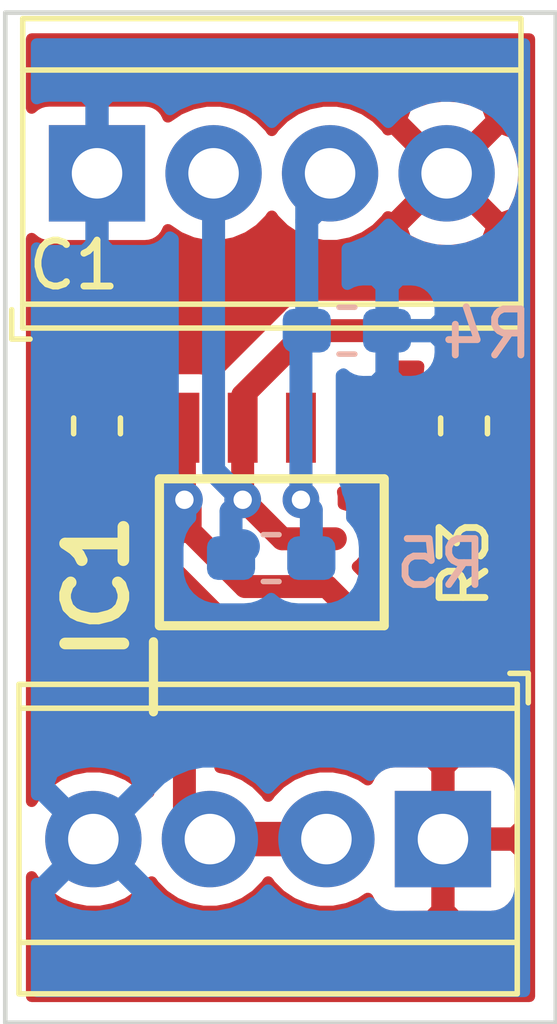
<source format=kicad_pcb>
(kicad_pcb (version 20171130) (host pcbnew "(5.1.5)-3")

  (general
    (thickness 1.6)
    (drawings 4)
    (tracks 42)
    (zones 0)
    (modules 7)
    (nets 6)
  )

  (page A4)
  (layers
    (0 F.Cu signal)
    (31 B.Cu signal)
    (32 B.Adhes user hide)
    (33 F.Adhes user hide)
    (34 B.Paste user hide)
    (35 F.Paste user hide)
    (36 B.SilkS user)
    (37 F.SilkS user)
    (38 B.Mask user hide)
    (39 F.Mask user hide)
    (40 Dwgs.User user hide)
    (41 Cmts.User user hide)
    (42 Eco1.User user hide)
    (43 Eco2.User user hide)
    (44 Edge.Cuts user)
    (45 Margin user hide)
    (46 B.CrtYd user hide)
    (47 F.CrtYd user hide)
    (48 B.Fab user hide)
    (49 F.Fab user hide)
  )

  (setup
    (last_trace_width 0.5)
    (user_trace_width 0.5)
    (user_trace_width 0.75)
    (trace_clearance 0.2)
    (zone_clearance 0.4)
    (zone_45_only no)
    (trace_min 0.2)
    (via_size 0.8)
    (via_drill 0.4)
    (via_min_size 0.4)
    (via_min_drill 0.3)
    (uvia_size 0.3)
    (uvia_drill 0.1)
    (uvias_allowed no)
    (uvia_min_size 0.2)
    (uvia_min_drill 0.1)
    (edge_width 0.05)
    (segment_width 0.2)
    (pcb_text_width 0.3)
    (pcb_text_size 1.5 1.5)
    (mod_edge_width 0.12)
    (mod_text_size 1 1)
    (mod_text_width 0.15)
    (pad_size 2.1 2.1)
    (pad_drill 1.1)
    (pad_to_mask_clearance 0.051)
    (solder_mask_min_width 0.25)
    (aux_axis_origin 26.938 34.321)
    (grid_origin 11.938 28.321)
    (visible_elements 7FFFFFFF)
    (pcbplotparams
      (layerselection 0x010fc_ffffffff)
      (usegerberextensions false)
      (usegerberattributes false)
      (usegerberadvancedattributes false)
      (creategerberjobfile false)
      (excludeedgelayer true)
      (linewidth 0.100000)
      (plotframeref false)
      (viasonmask false)
      (mode 1)
      (useauxorigin false)
      (hpglpennumber 1)
      (hpglpenspeed 20)
      (hpglpendiameter 15.000000)
      (psnegative false)
      (psa4output false)
      (plotreference true)
      (plotvalue true)
      (plotinvisibletext false)
      (padsonsilk false)
      (subtractmaskfromsilk false)
      (outputformat 1)
      (mirror false)
      (drillshape 1)
      (scaleselection 1)
      (outputdirectory ""))
  )

  (net 0 "")
  (net 1 +5V)
  (net 2 GND)
  (net 3 "Net-(IC1-Pad7)")
  (net 4 "Net-(IC1-Pad6)")
  (net 5 "Net-(IC1-Pad1)")

  (net_class Default "Dies ist die voreingestellte Netzklasse."
    (clearance 0.2)
    (trace_width 0.25)
    (via_dia 0.8)
    (via_drill 0.4)
    (uvia_dia 0.3)
    (uvia_drill 0.1)
    (add_net +5V)
    (add_net GND)
    (add_net "Net-(IC1-Pad1)")
    (add_net "Net-(IC1-Pad6)")
    (add_net "Net-(IC1-Pad7)")
  )

  (module MAX485ESA+T:SOIC127P600X175-8N (layer F.Cu) (tedit 5F887A95) (tstamp 5F88C4BA)
    (at 32.748 26.574 90)
    (descr "8 SO")
    (tags "Integrated Circuit")
    (path /646DCA8A)
    (attr smd)
    (fp_text reference IC1 (at -0.747 -3.81 90) (layer F.SilkS)
      (effects (font (size 1.27 1.27) (thickness 0.254)))
    )
    (fp_text value MAX485ESA+T (at 0 0 90) (layer F.SilkS) hide
      (effects (font (size 1.27 1.27) (thickness 0.254)))
    )
    (fp_line (start -3.475 -2.58) (end -1.95 -2.58) (layer F.SilkS) (width 0.2))
    (fp_line (start -1.6 2.45) (end -1.6 -2.45) (layer F.SilkS) (width 0.2))
    (fp_line (start 1.6 2.45) (end -1.6 2.45) (layer F.SilkS) (width 0.2))
    (fp_line (start 1.6 -2.45) (end 1.6 2.45) (layer F.SilkS) (width 0.2))
    (fp_line (start -1.6 -2.45) (end 1.6 -2.45) (layer F.SilkS) (width 0.2))
    (fp_line (start -1.95 -1.18) (end -0.68 -2.45) (layer Dwgs.User) (width 0.1))
    (fp_line (start -1.95 2.45) (end -1.95 -2.45) (layer Dwgs.User) (width 0.1))
    (fp_line (start 1.95 2.45) (end -1.95 2.45) (layer Dwgs.User) (width 0.1))
    (fp_line (start 1.95 -2.45) (end 1.95 2.45) (layer Dwgs.User) (width 0.1))
    (fp_line (start -1.95 -2.45) (end 1.95 -2.45) (layer Dwgs.User) (width 0.1))
    (fp_line (start -3.725 2.75) (end -3.725 -2.75) (layer Dwgs.User) (width 0.05))
    (fp_line (start 3.725 2.75) (end -3.725 2.75) (layer Dwgs.User) (width 0.05))
    (fp_line (start 3.725 -2.75) (end 3.725 2.75) (layer Dwgs.User) (width 0.05))
    (fp_line (start -3.725 -2.75) (end 3.725 -2.75) (layer Dwgs.User) (width 0.05))
    (pad 8 smd rect (at 2.712 -1.905 180) (size 0.65 1.525) (layers F.Cu F.Paste F.Mask)
      (net 1 +5V))
    (pad 7 smd rect (at 2.712 -0.635 180) (size 0.65 1.525) (layers F.Cu F.Paste F.Mask)
      (net 3 "Net-(IC1-Pad7)"))
    (pad 6 smd rect (at 2.712 0.635 180) (size 0.65 1.525) (layers F.Cu F.Paste F.Mask)
      (net 4 "Net-(IC1-Pad6)"))
    (pad 5 smd rect (at 2.712 1.905 180) (size 0.65 1.525) (layers F.Cu F.Paste F.Mask)
      (net 2 GND))
    (pad 4 smd rect (at -2.712 1.905 180) (size 0.65 1.525) (layers F.Cu F.Paste F.Mask)
      (net 1 +5V))
    (pad 3 smd rect (at -2.712 0.635 180) (size 0.65 1.525) (layers F.Cu F.Paste F.Mask)
      (net 2 GND))
    (pad 2 smd rect (at -2.712 -0.635 180) (size 0.65 1.525) (layers F.Cu F.Paste F.Mask)
      (net 2 GND))
    (pad 1 smd rect (at -2.712 -1.905 180) (size 0.65 1.525) (layers F.Cu F.Paste F.Mask)
      (net 5 "Net-(IC1-Pad1)"))
  )

  (module Resistor_SMD:R_0603_1608Metric_Pad1.05x0.95mm_HandSolder (layer B.Cu) (tedit 5B301BBD) (tstamp 5F88C543)
    (at 32.734 26.701)
    (descr "Resistor SMD 0603 (1608 Metric), square (rectangular) end terminal, IPC_7351 nominal with elongated pad for handsoldering. (Body size source: http://www.tortai-tech.com/upload/download/2011102023233369053.pdf), generated with kicad-footprint-generator")
    (tags "resistor handsolder")
    (path /5F8908CE)
    (attr smd)
    (fp_text reference R5 (at 3.704 0.12) (layer B.SilkS)
      (effects (font (size 1 1) (thickness 0.15)) (justify mirror))
    )
    (fp_text value R120 (at 0 -1.43) (layer B.Fab)
      (effects (font (size 1 1) (thickness 0.15)) (justify mirror))
    )
    (fp_text user %R (at 0 0) (layer B.Fab)
      (effects (font (size 0.4 0.4) (thickness 0.06)) (justify mirror))
    )
    (fp_line (start 1.65 -0.73) (end -1.65 -0.73) (layer B.CrtYd) (width 0.05))
    (fp_line (start 1.65 0.73) (end 1.65 -0.73) (layer B.CrtYd) (width 0.05))
    (fp_line (start -1.65 0.73) (end 1.65 0.73) (layer B.CrtYd) (width 0.05))
    (fp_line (start -1.65 -0.73) (end -1.65 0.73) (layer B.CrtYd) (width 0.05))
    (fp_line (start -0.171267 -0.51) (end 0.171267 -0.51) (layer B.SilkS) (width 0.12))
    (fp_line (start -0.171267 0.51) (end 0.171267 0.51) (layer B.SilkS) (width 0.12))
    (fp_line (start 0.8 -0.4) (end -0.8 -0.4) (layer B.Fab) (width 0.1))
    (fp_line (start 0.8 0.4) (end 0.8 -0.4) (layer B.Fab) (width 0.1))
    (fp_line (start -0.8 0.4) (end 0.8 0.4) (layer B.Fab) (width 0.1))
    (fp_line (start -0.8 -0.4) (end -0.8 0.4) (layer B.Fab) (width 0.1))
    (pad 2 smd roundrect (at 0.875 0) (size 1.05 0.95) (layers B.Cu B.Paste B.Mask) (roundrect_rratio 0.25)
      (net 4 "Net-(IC1-Pad6)"))
    (pad 1 smd roundrect (at -0.875 0) (size 1.05 0.95) (layers B.Cu B.Paste B.Mask) (roundrect_rratio 0.25)
      (net 3 "Net-(IC1-Pad7)"))
    (model ${KISYS3DMOD}/Resistor_SMD.3dshapes/R_0603_1608Metric.wrl
      (at (xyz 0 0 0))
      (scale (xyz 1 1 1))
      (rotate (xyz 0 0 0))
    )
  )

  (module Resistor_SMD:R_0603_1608Metric_Pad1.05x0.95mm_HandSolder (layer B.Cu) (tedit 5B301BBD) (tstamp 5F88C532)
    (at 34.385 21.748 180)
    (descr "Resistor SMD 0603 (1608 Metric), square (rectangular) end terminal, IPC_7351 nominal with elongated pad for handsoldering. (Body size source: http://www.tortai-tech.com/upload/download/2011102023233369053.pdf), generated with kicad-footprint-generator")
    (tags "resistor handsolder")
    (path /5F88C099)
    (attr smd)
    (fp_text reference R4 (at -3.053 -0.073) (layer B.SilkS)
      (effects (font (size 1 1) (thickness 0.15)) (justify mirror))
    )
    (fp_text value R20k (at 0 -1.43) (layer B.Fab)
      (effects (font (size 1 1) (thickness 0.15)) (justify mirror))
    )
    (fp_text user %R (at 0 0) (layer B.Fab)
      (effects (font (size 0.4 0.4) (thickness 0.06)) (justify mirror))
    )
    (fp_line (start 1.65 -0.73) (end -1.65 -0.73) (layer B.CrtYd) (width 0.05))
    (fp_line (start 1.65 0.73) (end 1.65 -0.73) (layer B.CrtYd) (width 0.05))
    (fp_line (start -1.65 0.73) (end 1.65 0.73) (layer B.CrtYd) (width 0.05))
    (fp_line (start -1.65 -0.73) (end -1.65 0.73) (layer B.CrtYd) (width 0.05))
    (fp_line (start -0.171267 -0.51) (end 0.171267 -0.51) (layer B.SilkS) (width 0.12))
    (fp_line (start -0.171267 0.51) (end 0.171267 0.51) (layer B.SilkS) (width 0.12))
    (fp_line (start 0.8 -0.4) (end -0.8 -0.4) (layer B.Fab) (width 0.1))
    (fp_line (start 0.8 0.4) (end 0.8 -0.4) (layer B.Fab) (width 0.1))
    (fp_line (start -0.8 0.4) (end 0.8 0.4) (layer B.Fab) (width 0.1))
    (fp_line (start -0.8 -0.4) (end -0.8 0.4) (layer B.Fab) (width 0.1))
    (pad 2 smd roundrect (at 0.875 0 180) (size 1.05 0.95) (layers B.Cu B.Paste B.Mask) (roundrect_rratio 0.25)
      (net 4 "Net-(IC1-Pad6)"))
    (pad 1 smd roundrect (at -0.875 0 180) (size 1.05 0.95) (layers B.Cu B.Paste B.Mask) (roundrect_rratio 0.25)
      (net 1 +5V))
    (model ${KISYS3DMOD}/Resistor_SMD.3dshapes/R_0603_1608Metric.wrl
      (at (xyz 0 0 0))
      (scale (xyz 1 1 1))
      (rotate (xyz 0 0 0))
    )
  )

  (module Resistor_SMD:R_0603_1608Metric_Pad1.05x0.95mm_HandSolder (layer F.Cu) (tedit 5B301BBD) (tstamp 5F88C521)
    (at 36.938 23.821 270)
    (descr "Resistor SMD 0603 (1608 Metric), square (rectangular) end terminal, IPC_7351 nominal with elongated pad for handsoldering. (Body size source: http://www.tortai-tech.com/upload/download/2011102023233369053.pdf), generated with kicad-footprint-generator")
    (tags "resistor handsolder")
    (path /5F88D188)
    (attr smd)
    (fp_text reference R3 (at 3 0 90) (layer F.SilkS)
      (effects (font (size 1 1) (thickness 0.15)))
    )
    (fp_text value R20k (at 0 1.43 90) (layer F.Fab)
      (effects (font (size 1 1) (thickness 0.15)))
    )
    (fp_text user %R (at 0 0 90) (layer F.Fab)
      (effects (font (size 0.4 0.4) (thickness 0.06)))
    )
    (fp_line (start 1.65 0.73) (end -1.65 0.73) (layer F.CrtYd) (width 0.05))
    (fp_line (start 1.65 -0.73) (end 1.65 0.73) (layer F.CrtYd) (width 0.05))
    (fp_line (start -1.65 -0.73) (end 1.65 -0.73) (layer F.CrtYd) (width 0.05))
    (fp_line (start -1.65 0.73) (end -1.65 -0.73) (layer F.CrtYd) (width 0.05))
    (fp_line (start -0.171267 0.51) (end 0.171267 0.51) (layer F.SilkS) (width 0.12))
    (fp_line (start -0.171267 -0.51) (end 0.171267 -0.51) (layer F.SilkS) (width 0.12))
    (fp_line (start 0.8 0.4) (end -0.8 0.4) (layer F.Fab) (width 0.1))
    (fp_line (start 0.8 -0.4) (end 0.8 0.4) (layer F.Fab) (width 0.1))
    (fp_line (start -0.8 -0.4) (end 0.8 -0.4) (layer F.Fab) (width 0.1))
    (fp_line (start -0.8 0.4) (end -0.8 -0.4) (layer F.Fab) (width 0.1))
    (pad 2 smd roundrect (at 0.875 0 270) (size 1.05 0.95) (layers F.Cu F.Paste F.Mask) (roundrect_rratio 0.25)
      (net 2 GND))
    (pad 1 smd roundrect (at -0.875 0 270) (size 1.05 0.95) (layers F.Cu F.Paste F.Mask) (roundrect_rratio 0.25)
      (net 3 "Net-(IC1-Pad7)"))
    (model ${KISYS3DMOD}/Resistor_SMD.3dshapes/R_0603_1608Metric.wrl
      (at (xyz 0 0 0))
      (scale (xyz 1 1 1))
      (rotate (xyz 0 0 0))
    )
  )

  (module Capacitor_SMD:C_0603_1608Metric_Pad1.05x0.95mm_HandSolder (layer F.Cu) (tedit 5B301BBE) (tstamp 5F88C4A0)
    (at 28.938 23.821 270)
    (descr "Capacitor SMD 0603 (1608 Metric), square (rectangular) end terminal, IPC_7351 nominal with elongated pad for handsoldering. (Body size source: http://www.tortai-tech.com/upload/download/2011102023233369053.pdf), generated with kicad-footprint-generator")
    (tags "capacitor handsolder")
    (path /646E2BDE)
    (attr smd)
    (fp_text reference C1 (at -3.5 0.5 180) (layer F.SilkS)
      (effects (font (size 1 1) (thickness 0.15)))
    )
    (fp_text value C100n (at 0 1.43 270) (layer F.Fab)
      (effects (font (size 1 1) (thickness 0.15)))
    )
    (fp_text user %R (at 0 0 270) (layer F.Fab)
      (effects (font (size 0.4 0.4) (thickness 0.06)))
    )
    (fp_line (start 1.65 0.73) (end -1.65 0.73) (layer F.CrtYd) (width 0.05))
    (fp_line (start 1.65 -0.73) (end 1.65 0.73) (layer F.CrtYd) (width 0.05))
    (fp_line (start -1.65 -0.73) (end 1.65 -0.73) (layer F.CrtYd) (width 0.05))
    (fp_line (start -1.65 0.73) (end -1.65 -0.73) (layer F.CrtYd) (width 0.05))
    (fp_line (start -0.171267 0.51) (end 0.171267 0.51) (layer F.SilkS) (width 0.12))
    (fp_line (start -0.171267 -0.51) (end 0.171267 -0.51) (layer F.SilkS) (width 0.12))
    (fp_line (start 0.8 0.4) (end -0.8 0.4) (layer F.Fab) (width 0.1))
    (fp_line (start 0.8 -0.4) (end 0.8 0.4) (layer F.Fab) (width 0.1))
    (fp_line (start -0.8 -0.4) (end 0.8 -0.4) (layer F.Fab) (width 0.1))
    (fp_line (start -0.8 0.4) (end -0.8 -0.4) (layer F.Fab) (width 0.1))
    (pad 2 smd roundrect (at 0.875 0 270) (size 1.05 0.95) (layers F.Cu F.Paste F.Mask) (roundrect_rratio 0.25)
      (net 1 +5V))
    (pad 1 smd roundrect (at -0.875 0 270) (size 1.05 0.95) (layers F.Cu F.Paste F.Mask) (roundrect_rratio 0.25)
      (net 2 GND))
    (model ${KISYS3DMOD}/Capacitor_SMD.3dshapes/C_0603_1608Metric.wrl
      (at (xyz 0 0 0))
      (scale (xyz 1 1 1))
      (rotate (xyz 0 0 0))
    )
  )

  (module TerminalBlock_TE-Connectivity:TerminalBlock_TE_282834-4_1x04_P2.54mm_Horizontal (layer F.Cu) (tedit 5FC65D07) (tstamp 5FC66161)
    (at 36.478 32.821 180)
    (descr "Terminal Block TE 282834-4, 4 pins, pitch 2.54mm, size 10.620000000000001x6.5mm^2, drill diamater 1.1mm, pad diameter 2.1mm, see http://www.te.com/commerce/DocumentDelivery/DDEController?Action=showdoc&DocId=Customer+Drawing%7F282834%7FC1%7Fpdf%7FEnglish%7FENG_CD_282834_C1.pdf, script-generated using https://github.com/pointhi/kicad-footprint-generator/scripts/TerminalBlock_TE-Connectivity")
    (tags "THT Terminal Block TE 282834-4 pitch 2.54mm size 10.620000000000001x6.5mm^2 drill 1.1mm pad 2.1mm")
    (path /646E5607)
    (fp_text reference J1 (at 7.54 2) (layer F.SilkS) hide
      (effects (font (size 1 1) (thickness 0.15)))
    )
    (fp_text value Screw_Terminal_01x04 (at 3.81 4.37) (layer F.Fab)
      (effects (font (size 1 1) (thickness 0.15)))
    )
    (fp_text user %R (at 3.81 2) (layer F.Fab)
      (effects (font (size 1 1) (thickness 0.15)))
    )
    (fp_line (start 9.63 -3.75) (end -2 -3.75) (layer F.CrtYd) (width 0.05))
    (fp_line (start 9.63 3.75) (end 9.63 -3.75) (layer F.CrtYd) (width 0.05))
    (fp_line (start -2 3.75) (end 9.63 3.75) (layer F.CrtYd) (width 0.05))
    (fp_line (start -2 -3.75) (end -2 3.75) (layer F.CrtYd) (width 0.05))
    (fp_line (start -1.86 3.61) (end -1.46 3.61) (layer F.SilkS) (width 0.12))
    (fp_line (start -1.86 2.97) (end -1.86 3.61) (layer F.SilkS) (width 0.12))
    (fp_line (start 8.321 -0.835) (end 6.786 0.7) (layer F.Fab) (width 0.1))
    (fp_line (start 8.455 -0.7) (end 6.92 0.835) (layer F.Fab) (width 0.1))
    (fp_line (start 5.781 -0.835) (end 4.246 0.7) (layer F.Fab) (width 0.1))
    (fp_line (start 5.915 -0.7) (end 4.38 0.835) (layer F.Fab) (width 0.1))
    (fp_line (start 3.241 -0.835) (end 1.706 0.7) (layer F.Fab) (width 0.1))
    (fp_line (start 3.375 -0.7) (end 1.84 0.835) (layer F.Fab) (width 0.1))
    (fp_line (start 0.701 -0.835) (end -0.835 0.7) (layer F.Fab) (width 0.1))
    (fp_line (start 0.835 -0.7) (end -0.701 0.835) (layer F.Fab) (width 0.1))
    (fp_line (start 9.241 -3.37) (end 9.241 3.37) (layer F.SilkS) (width 0.12))
    (fp_line (start -1.62 -3.37) (end -1.62 3.37) (layer F.SilkS) (width 0.12))
    (fp_line (start -1.62 3.37) (end 9.241 3.37) (layer F.SilkS) (width 0.12))
    (fp_line (start -1.62 -3.37) (end 9.241 -3.37) (layer F.SilkS) (width 0.12))
    (fp_line (start -1.62 -2.25) (end 9.241 -2.25) (layer F.SilkS) (width 0.12))
    (fp_line (start -1.5 -2.25) (end 9.12 -2.25) (layer F.Fab) (width 0.1))
    (fp_line (start -1.62 2.85) (end 9.241 2.85) (layer F.SilkS) (width 0.12))
    (fp_line (start -1.5 2.85) (end 9.12 2.85) (layer F.Fab) (width 0.1))
    (fp_line (start -1.5 2.85) (end -1.5 -3.25) (layer F.Fab) (width 0.1))
    (fp_line (start -1.1 3.25) (end -1.5 2.85) (layer F.Fab) (width 0.1))
    (fp_line (start 9.12 3.25) (end -1.1 3.25) (layer F.Fab) (width 0.1))
    (fp_line (start 9.12 -3.25) (end 9.12 3.25) (layer F.Fab) (width 0.1))
    (fp_line (start -1.5 -3.25) (end 9.12 -3.25) (layer F.Fab) (width 0.1))
    (fp_circle (center 7.62 0) (end 8.72 0) (layer F.Fab) (width 0.1))
    (fp_circle (center 5.08 0) (end 6.18 0) (layer F.Fab) (width 0.1))
    (fp_circle (center 2.54 0) (end 3.64 0) (layer F.Fab) (width 0.1))
    (fp_circle (center 0 0) (end 1.1 0) (layer F.Fab) (width 0.1))
    (pad 4 thru_hole circle (at 7.62 0 180) (size 2.1 2.1) (drill 1.1) (layers *.Cu *.Mask)
      (net 1 +5V))
    (pad 3 thru_hole circle (at 5.08 0 180) (size 2.1 2.1) (drill 1.1) (layers *.Cu *.Mask)
      (net 5 "Net-(IC1-Pad1)"))
    (pad 2 thru_hole circle (at 2.54 0 180) (size 2.1 2.1) (drill 1.1) (layers *.Cu *.Mask)
      (net 5 "Net-(IC1-Pad1)"))
    (pad 1 thru_hole rect (at 0 0 180) (size 2.1 2.1) (drill 1.1) (layers *.Cu *.Mask)
      (net 2 GND))
    (model ${KISYS3DMOD}/TerminalBlock_TE-Connectivity.3dshapes/TerminalBlock_TE_282834-4_1x04_P2.54mm_Horizontal.wrl
      (at (xyz 0 0 0))
      (scale (xyz 1 1 1))
      (rotate (xyz 0 0 0))
    )
  )

  (module TerminalBlock_TE-Connectivity:TerminalBlock_TE_282834-4_1x04_P2.54mm_Horizontal (layer F.Cu) (tedit 5B1EC513) (tstamp 5FC66188)
    (at 28.938 18.321)
    (descr "Terminal Block TE 282834-4, 4 pins, pitch 2.54mm, size 10.620000000000001x6.5mm^2, drill diamater 1.1mm, pad diameter 2.1mm, see http://www.te.com/commerce/DocumentDelivery/DDEController?Action=showdoc&DocId=Customer+Drawing%7F282834%7FC1%7Fpdf%7FEnglish%7FENG_CD_282834_C1.pdf, script-generated using https://github.com/pointhi/kicad-footprint-generator/scripts/TerminalBlock_TE-Connectivity")
    (tags "THT Terminal Block TE 282834-4 pitch 2.54mm size 10.620000000000001x6.5mm^2 drill 1.1mm pad 2.1mm")
    (path /646E413C)
    (fp_text reference J2 (at 0 -2.5) (layer F.SilkS) hide
      (effects (font (size 1 1) (thickness 0.15)))
    )
    (fp_text value Screw_Terminal_01x04 (at 3.81 4.37) (layer F.Fab)
      (effects (font (size 1 1) (thickness 0.15)))
    )
    (fp_circle (center 0 0) (end 1.1 0) (layer F.Fab) (width 0.1))
    (fp_circle (center 2.54 0) (end 3.64 0) (layer F.Fab) (width 0.1))
    (fp_circle (center 5.08 0) (end 6.18 0) (layer F.Fab) (width 0.1))
    (fp_circle (center 7.62 0) (end 8.72 0) (layer F.Fab) (width 0.1))
    (fp_line (start -1.5 -3.25) (end 9.12 -3.25) (layer F.Fab) (width 0.1))
    (fp_line (start 9.12 -3.25) (end 9.12 3.25) (layer F.Fab) (width 0.1))
    (fp_line (start 9.12 3.25) (end -1.1 3.25) (layer F.Fab) (width 0.1))
    (fp_line (start -1.1 3.25) (end -1.5 2.85) (layer F.Fab) (width 0.1))
    (fp_line (start -1.5 2.85) (end -1.5 -3.25) (layer F.Fab) (width 0.1))
    (fp_line (start -1.5 2.85) (end 9.12 2.85) (layer F.Fab) (width 0.1))
    (fp_line (start -1.62 2.85) (end 9.241 2.85) (layer F.SilkS) (width 0.12))
    (fp_line (start -1.5 -2.25) (end 9.12 -2.25) (layer F.Fab) (width 0.1))
    (fp_line (start -1.62 -2.25) (end 9.241 -2.25) (layer F.SilkS) (width 0.12))
    (fp_line (start -1.62 -3.37) (end 9.241 -3.37) (layer F.SilkS) (width 0.12))
    (fp_line (start -1.62 3.37) (end 9.241 3.37) (layer F.SilkS) (width 0.12))
    (fp_line (start -1.62 -3.37) (end -1.62 3.37) (layer F.SilkS) (width 0.12))
    (fp_line (start 9.241 -3.37) (end 9.241 3.37) (layer F.SilkS) (width 0.12))
    (fp_line (start 0.835 -0.7) (end -0.701 0.835) (layer F.Fab) (width 0.1))
    (fp_line (start 0.701 -0.835) (end -0.835 0.7) (layer F.Fab) (width 0.1))
    (fp_line (start 3.375 -0.7) (end 1.84 0.835) (layer F.Fab) (width 0.1))
    (fp_line (start 3.241 -0.835) (end 1.706 0.7) (layer F.Fab) (width 0.1))
    (fp_line (start 5.915 -0.7) (end 4.38 0.835) (layer F.Fab) (width 0.1))
    (fp_line (start 5.781 -0.835) (end 4.246 0.7) (layer F.Fab) (width 0.1))
    (fp_line (start 8.455 -0.7) (end 6.92 0.835) (layer F.Fab) (width 0.1))
    (fp_line (start 8.321 -0.835) (end 6.786 0.7) (layer F.Fab) (width 0.1))
    (fp_line (start -1.86 2.97) (end -1.86 3.61) (layer F.SilkS) (width 0.12))
    (fp_line (start -1.86 3.61) (end -1.46 3.61) (layer F.SilkS) (width 0.12))
    (fp_line (start -2 -3.75) (end -2 3.75) (layer F.CrtYd) (width 0.05))
    (fp_line (start -2 3.75) (end 9.63 3.75) (layer F.CrtYd) (width 0.05))
    (fp_line (start 9.63 3.75) (end 9.63 -3.75) (layer F.CrtYd) (width 0.05))
    (fp_line (start 9.63 -3.75) (end -2 -3.75) (layer F.CrtYd) (width 0.05))
    (fp_text user %R (at 3.81 2) (layer F.Fab)
      (effects (font (size 1 1) (thickness 0.15)))
    )
    (pad 1 thru_hole rect (at 0 0) (size 2.1 2.1) (drill 1.1) (layers *.Cu *.Mask)
      (net 1 +5V))
    (pad 2 thru_hole circle (at 2.54 0) (size 2.1 2.1) (drill 1.1) (layers *.Cu *.Mask)
      (net 3 "Net-(IC1-Pad7)"))
    (pad 3 thru_hole circle (at 5.08 0) (size 2.1 2.1) (drill 1.1) (layers *.Cu *.Mask)
      (net 4 "Net-(IC1-Pad6)"))
    (pad 4 thru_hole circle (at 7.62 0) (size 2.1 2.1) (drill 1.1) (layers *.Cu *.Mask)
      (net 2 GND))
    (model ${KISYS3DMOD}/TerminalBlock_TE-Connectivity.3dshapes/TerminalBlock_TE_282834-4_1x04_P2.54mm_Horizontal.wrl
      (at (xyz 0 0 0))
      (scale (xyz 1 1 1))
      (rotate (xyz 0 0 0))
    )
  )

  (gr_line (start 38.938 14.821) (end 38.938 36.821) (layer Edge.Cuts) (width 0.1))
  (gr_line (start 26.938 14.821) (end 38.938 14.821) (layer Edge.Cuts) (width 0.1))
  (gr_line (start 26.938 36.821) (end 26.938 14.821) (layer Edge.Cuts) (width 0.1))
  (gr_line (start 38.938 36.821) (end 26.938 36.821) (layer Edge.Cuts) (width 0.1))

  (via (at 30.843 25.431) (size 0.8) (drill 0.4) (layers F.Cu B.Cu) (net 1))
  (segment (start 30.843 25.996685) (end 30.843 25.431) (width 0.75) (layer F.Cu) (net 1))
  (segment (start 34.653 29.286) (end 34.653 28.433498) (width 0.75) (layer F.Cu) (net 1))
  (segment (start 30.843 23.862) (end 30.843 25.431) (width 0.5) (layer F.Cu) (net 1))
  (segment (start 30.843 25.996685) (end 32.167315 27.321) (width 0.5) (layer F.Cu) (net 1))
  (segment (start 34.653 28.0235) (end 34.653 29.286) (width 0.5) (layer F.Cu) (net 1))
  (segment (start 33.9505 27.321) (end 34.653 28.0235) (width 0.5) (layer F.Cu) (net 1))
  (segment (start 32.167315 27.321) (end 33.9505 27.321) (width 0.5) (layer F.Cu) (net 1))
  (segment (start 30.509 24.196) (end 30.843 23.862) (width 0.5) (layer F.Cu) (net 1))
  (segment (start 28.938 24.196) (end 30.509 24.196) (width 0.5) (layer F.Cu) (net 1))
  (via (at 32.113 25.431) (size 0.8) (drill 0.4) (layers F.Cu B.Cu) (net 3))
  (segment (start 32.113 26.447) (end 31.859 26.701) (width 0.75) (layer B.Cu) (net 3))
  (segment (start 32.974999 26.281001) (end 34.131501 26.281001) (width 0.5) (layer F.Cu) (net 3))
  (segment (start 32.113 25.419002) (end 32.974999 26.281001) (width 0.5) (layer F.Cu) (net 3))
  (segment (start 32.113 23.862) (end 32.113 25.419002) (width 0.5) (layer F.Cu) (net 3))
  (segment (start 31.859 25.685) (end 32.113 25.431) (width 0.5) (layer B.Cu) (net 3))
  (segment (start 31.859 26.701) (end 31.859 25.685) (width 0.5) (layer B.Cu) (net 3))
  (segment (start 31.478 24.796) (end 32.113 25.431) (width 0.5) (layer B.Cu) (net 3))
  (segment (start 32.113 23.159) (end 33.524 21.748) (width 0.5) (layer F.Cu) (net 3))
  (segment (start 32.113 23.862) (end 32.113 23.159) (width 0.5) (layer F.Cu) (net 3))
  (segment (start 31.478 19.861) (end 31.478 24.796) (width 0.5) (layer B.Cu) (net 3))
  (segment (start 31.478 19.861) (end 31.478 18.321) (width 0.5) (layer B.Cu) (net 3))
  (segment (start 31.478 18.821) (end 31.478 19.861) (width 0.5) (layer B.Cu) (net 3))
  (segment (start 36.765 21.748) (end 33.524 21.748) (width 0.5) (layer F.Cu) (net 3))
  (segment (start 36.938 21.921) (end 36.938 22.946) (width 0.5) (layer F.Cu) (net 3))
  (segment (start 36.765 21.748) (end 36.938 21.921) (width 0.5) (layer F.Cu) (net 3))
  (via (at 33.383 25.431) (size 0.8) (drill 0.4) (layers F.Cu B.Cu) (net 4))
  (segment (start 33.383 21.621) (end 33.51 21.748) (width 0.5) (layer B.Cu) (net 4))
  (segment (start 33.383 23.862) (end 33.383 25.431) (width 0.5) (layer F.Cu) (net 4))
  (segment (start 33.609 25.657) (end 33.383 25.431) (width 0.5) (layer B.Cu) (net 4))
  (segment (start 33.609 26.701) (end 33.609 25.657) (width 0.5) (layer B.Cu) (net 4))
  (segment (start 33.383 21.875) (end 33.51 21.748) (width 0.5) (layer B.Cu) (net 4))
  (segment (start 33.383 25.431) (end 33.383 21.875) (width 0.5) (layer B.Cu) (net 4))
  (segment (start 33.51 19.329) (end 34.018 18.821) (width 0.5) (layer B.Cu) (net 4))
  (segment (start 33.51 19.393) (end 33.51 18.829) (width 0.5) (layer B.Cu) (net 4))
  (segment (start 33.51 19.393) (end 33.51 19.329) (width 0.5) (layer B.Cu) (net 4))
  (segment (start 33.51 21.748) (end 33.51 19.393) (width 0.5) (layer B.Cu) (net 4))
  (segment (start 33.51 18.829) (end 34.018 18.321) (width 0.5) (layer B.Cu) (net 4))
  (segment (start 33.51 21.748) (end 33.51 18.829) (width 0.5) (layer B.Cu) (net 4))
  (segment (start 31.398 32.821) (end 33.938 32.821) (width 0.75) (layer F.Cu) (net 5))
  (segment (start 30.843 32.266) (end 31.398 32.821) (width 0.5) (layer F.Cu) (net 5))
  (segment (start 30.843 29.286) (end 30.843 32.266) (width 0.5) (layer F.Cu) (net 5))

  (zone (net 2) (net_name GND) (layer F.Cu) (tstamp 5FC66DF3) (hatch edge 0.508)
    (priority 1)
    (connect_pads (clearance 0.4))
    (min_thickness 0.25)
    (fill yes (arc_segments 32) (thermal_gap 0.508) (thermal_bridge_width 0.508))
    (polygon
      (pts
        (xy 38.938 36.821) (xy 26.938 36.821) (xy 26.938 14.821) (xy 38.938 14.821)
      )
    )
    (filled_polygon
      (pts
        (xy 38.363001 36.246) (xy 27.513 36.246) (xy 27.513 33.642991) (xy 27.634617 33.825004) (xy 27.853996 34.044383)
        (xy 28.111958 34.216747) (xy 28.398589 34.335474) (xy 28.702876 34.396) (xy 29.013124 34.396) (xy 29.317411 34.335474)
        (xy 29.604042 34.216747) (xy 29.862004 34.044383) (xy 30.081383 33.825004) (xy 30.128 33.755236) (xy 30.174617 33.825004)
        (xy 30.393996 34.044383) (xy 30.651958 34.216747) (xy 30.938589 34.335474) (xy 31.242876 34.396) (xy 31.553124 34.396)
        (xy 31.857411 34.335474) (xy 32.144042 34.216747) (xy 32.402004 34.044383) (xy 32.621383 33.825004) (xy 32.668 33.755236)
        (xy 32.714617 33.825004) (xy 32.933996 34.044383) (xy 33.191958 34.216747) (xy 33.478589 34.335474) (xy 33.782876 34.396)
        (xy 34.093124 34.396) (xy 34.397411 34.335474) (xy 34.684042 34.216747) (xy 34.839822 34.112658) (xy 34.840354 34.114411)
        (xy 34.899133 34.224378) (xy 34.978236 34.320764) (xy 35.074622 34.399867) (xy 35.184589 34.458646) (xy 35.30391 34.494841)
        (xy 35.428 34.507063) (xy 36.19075 34.504) (xy 36.349 34.34575) (xy 36.349 32.95) (xy 36.607 32.95)
        (xy 36.607 34.34575) (xy 36.76525 34.504) (xy 37.528 34.507063) (xy 37.65209 34.494841) (xy 37.771411 34.458646)
        (xy 37.881378 34.399867) (xy 37.977764 34.320764) (xy 38.056867 34.224378) (xy 38.115646 34.114411) (xy 38.151841 33.99509)
        (xy 38.164063 33.871) (xy 38.161 33.10825) (xy 38.00275 32.95) (xy 36.607 32.95) (xy 36.349 32.95)
        (xy 36.329 32.95) (xy 36.329 32.692) (xy 36.349 32.692) (xy 36.349 31.29625) (xy 36.607 31.29625)
        (xy 36.607 32.692) (xy 38.00275 32.692) (xy 38.161 32.53375) (xy 38.164063 31.771) (xy 38.151841 31.64691)
        (xy 38.115646 31.527589) (xy 38.056867 31.417622) (xy 37.977764 31.321236) (xy 37.881378 31.242133) (xy 37.771411 31.183354)
        (xy 37.65209 31.147159) (xy 37.528 31.134937) (xy 36.76525 31.138) (xy 36.607 31.29625) (xy 36.349 31.29625)
        (xy 36.19075 31.138) (xy 35.428 31.134937) (xy 35.30391 31.147159) (xy 35.184589 31.183354) (xy 35.074622 31.242133)
        (xy 34.978236 31.321236) (xy 34.899133 31.417622) (xy 34.840354 31.527589) (xy 34.839822 31.529342) (xy 34.684042 31.425253)
        (xy 34.397411 31.306526) (xy 34.093124 31.246) (xy 33.782876 31.246) (xy 33.478589 31.306526) (xy 33.191958 31.425253)
        (xy 32.933996 31.597617) (xy 32.714617 31.816996) (xy 32.668 31.886764) (xy 32.621383 31.816996) (xy 32.402004 31.597617)
        (xy 32.144042 31.425253) (xy 31.857411 31.306526) (xy 31.618 31.258905) (xy 31.618 30.658415) (xy 31.66391 30.672341)
        (xy 31.788 30.684563) (xy 31.82575 30.6815) (xy 31.984 30.52325) (xy 31.984 29.415) (xy 32.242 29.415)
        (xy 32.242 30.52325) (xy 32.40025 30.6815) (xy 32.438 30.684563) (xy 32.56209 30.672341) (xy 32.681411 30.636146)
        (xy 32.748 30.600553) (xy 32.814589 30.636146) (xy 32.93391 30.672341) (xy 33.058 30.684563) (xy 33.09575 30.6815)
        (xy 33.254 30.52325) (xy 33.254 29.415) (xy 32.242 29.415) (xy 31.984 29.415) (xy 31.964 29.415)
        (xy 31.964 29.157) (xy 31.984 29.157) (xy 31.984 29.137) (xy 32.242 29.137) (xy 32.242 29.157)
        (xy 33.254 29.157) (xy 33.254 29.137) (xy 33.512 29.137) (xy 33.512 29.157) (xy 33.532 29.157)
        (xy 33.532 29.415) (xy 33.512 29.415) (xy 33.512 30.52325) (xy 33.67025 30.6815) (xy 33.708 30.684563)
        (xy 33.83209 30.672341) (xy 33.951411 30.636146) (xy 34.061378 30.577367) (xy 34.117524 30.531289) (xy 34.126119 30.535883)
        (xy 34.225082 30.565903) (xy 34.328 30.57604) (xy 34.978 30.57604) (xy 35.080918 30.565903) (xy 35.179881 30.535883)
        (xy 35.271086 30.487133) (xy 35.351027 30.421527) (xy 35.416633 30.341586) (xy 35.465383 30.250381) (xy 35.495403 30.151418)
        (xy 35.50554 30.0485) (xy 35.50554 29.575954) (xy 35.539977 29.462431) (xy 35.553 29.330207) (xy 35.553 28.389291)
        (xy 35.539977 28.257067) (xy 35.488514 28.087417) (xy 35.426644 27.971666) (xy 35.416786 27.871574) (xy 35.37247 27.725486)
        (xy 35.31556 27.619014) (xy 35.300506 27.590849) (xy 35.249865 27.529144) (xy 35.203659 27.472841) (xy 35.174088 27.448573)
        (xy 34.613512 26.887998) (xy 34.68216 26.83166) (xy 34.779007 26.713651) (xy 34.850971 26.579015) (xy 34.895287 26.432927)
        (xy 34.91025 26.281001) (xy 34.895287 26.129075) (xy 34.850971 25.982987) (xy 34.779007 25.848351) (xy 34.68216 25.730342)
        (xy 34.564151 25.633495) (xy 34.429515 25.561531) (xy 34.307519 25.524523) (xy 34.308 25.522105) (xy 34.308 25.339895)
        (xy 34.291505 25.256968) (xy 34.328 25.260563) (xy 34.36575 25.2575) (xy 34.524 25.09925) (xy 34.524 23.991)
        (xy 34.782 23.991) (xy 34.782 25.09925) (xy 34.94025 25.2575) (xy 34.978 25.260563) (xy 35.10209 25.248341)
        (xy 35.192222 25.221) (xy 35.826937 25.221) (xy 35.839159 25.34509) (xy 35.875354 25.464411) (xy 35.934133 25.574378)
        (xy 36.013236 25.670764) (xy 36.109622 25.749867) (xy 36.219589 25.808646) (xy 36.33891 25.844841) (xy 36.463 25.857063)
        (xy 36.65075 25.854) (xy 36.809 25.69575) (xy 36.809 24.825) (xy 37.067 24.825) (xy 37.067 25.69575)
        (xy 37.22525 25.854) (xy 37.413 25.857063) (xy 37.53709 25.844841) (xy 37.656411 25.808646) (xy 37.766378 25.749867)
        (xy 37.862764 25.670764) (xy 37.941867 25.574378) (xy 38.000646 25.464411) (xy 38.036841 25.34509) (xy 38.049063 25.221)
        (xy 38.046 24.98325) (xy 37.88775 24.825) (xy 37.067 24.825) (xy 36.809 24.825) (xy 35.98825 24.825)
        (xy 35.83 24.98325) (xy 35.826937 25.221) (xy 35.192222 25.221) (xy 35.221411 25.212146) (xy 35.331378 25.153367)
        (xy 35.427764 25.074264) (xy 35.506867 24.977878) (xy 35.565646 24.867911) (xy 35.601841 24.74859) (xy 35.614063 24.6245)
        (xy 35.611 24.14925) (xy 35.45275 23.991) (xy 34.782 23.991) (xy 34.524 23.991) (xy 34.504 23.991)
        (xy 34.504 23.733) (xy 34.524 23.733) (xy 34.524 23.713) (xy 34.782 23.713) (xy 34.782 23.733)
        (xy 35.45275 23.733) (xy 35.611 23.57475) (xy 35.614063 23.0995) (xy 35.601841 22.97541) (xy 35.565646 22.856089)
        (xy 35.506867 22.746122) (xy 35.427764 22.649736) (xy 35.331378 22.570633) (xy 35.242264 22.523) (xy 35.948806 22.523)
        (xy 35.93546 22.6585) (xy 35.93546 23.2335) (xy 35.95016 23.382752) (xy 35.993695 23.526268) (xy 36.064392 23.658533)
        (xy 36.074553 23.670914) (xy 36.013236 23.721236) (xy 35.934133 23.817622) (xy 35.875354 23.927589) (xy 35.839159 24.04691)
        (xy 35.826937 24.171) (xy 35.83 24.40875) (xy 35.98825 24.567) (xy 36.809 24.567) (xy 36.809 24.547)
        (xy 37.067 24.547) (xy 37.067 24.567) (xy 37.88775 24.567) (xy 38.046 24.40875) (xy 38.049063 24.171)
        (xy 38.036841 24.04691) (xy 38.000646 23.927589) (xy 37.941867 23.817622) (xy 37.862764 23.721236) (xy 37.801447 23.670914)
        (xy 37.811608 23.658533) (xy 37.882305 23.526268) (xy 37.92584 23.382752) (xy 37.94054 23.2335) (xy 37.94054 22.6585)
        (xy 37.92584 22.509248) (xy 37.882305 22.365732) (xy 37.811608 22.233467) (xy 37.716465 22.117535) (xy 37.713 22.114691)
        (xy 37.713 21.959063) (xy 37.716749 21.921) (xy 37.713 21.882935) (xy 37.701786 21.769074) (xy 37.65747 21.622986)
        (xy 37.585506 21.48835) (xy 37.488659 21.370341) (xy 37.459083 21.346069) (xy 37.339933 21.226919) (xy 37.315659 21.197341)
        (xy 37.19765 21.100494) (xy 37.063014 21.02853) (xy 36.916926 20.984214) (xy 36.803065 20.973) (xy 36.803063 20.973)
        (xy 36.765 20.969251) (xy 36.726937 20.973) (xy 33.562062 20.973) (xy 33.523999 20.969251) (xy 33.485936 20.973)
        (xy 33.485935 20.973) (xy 33.372074 20.984214) (xy 33.225986 21.02853) (xy 33.09135 21.100494) (xy 32.973341 21.197341)
        (xy 32.949072 21.226913) (xy 31.591914 22.584072) (xy 31.562342 22.608341) (xy 31.538241 22.637708) (xy 31.494914 22.660867)
        (xy 31.478 22.674748) (xy 31.461086 22.660867) (xy 31.369881 22.612117) (xy 31.270918 22.582097) (xy 31.168 22.57196)
        (xy 30.518 22.57196) (xy 30.415082 22.582097) (xy 30.316119 22.612117) (xy 30.224914 22.660867) (xy 30.144973 22.726473)
        (xy 30.079367 22.806414) (xy 30.046 22.868839) (xy 30.046 22.816998) (xy 29.887752 22.816998) (xy 30.046 22.65875)
        (xy 30.049063 22.421) (xy 30.036841 22.29691) (xy 30.000646 22.177589) (xy 29.941867 22.067622) (xy 29.862764 21.971236)
        (xy 29.766378 21.892133) (xy 29.656411 21.833354) (xy 29.53709 21.797159) (xy 29.413 21.784937) (xy 29.22525 21.788)
        (xy 29.067 21.94625) (xy 29.067 22.817) (xy 29.087 22.817) (xy 29.087 23.075) (xy 29.067 23.075)
        (xy 29.067 23.095) (xy 28.809 23.095) (xy 28.809 23.075) (xy 27.98825 23.075) (xy 27.83 23.23325)
        (xy 27.826937 23.471) (xy 27.839159 23.59509) (xy 27.875354 23.714411) (xy 27.934133 23.824378) (xy 28.013236 23.920764)
        (xy 28.074553 23.971086) (xy 28.064392 23.983467) (xy 27.993695 24.115732) (xy 27.95016 24.259248) (xy 27.93546 24.4085)
        (xy 27.93546 24.9835) (xy 27.95016 25.132752) (xy 27.993695 25.276268) (xy 28.064392 25.408533) (xy 28.159535 25.524465)
        (xy 28.275467 25.619608) (xy 28.407732 25.690305) (xy 28.551248 25.73384) (xy 28.7005 25.74854) (xy 29.1755 25.74854)
        (xy 29.324752 25.73384) (xy 29.468268 25.690305) (xy 29.600533 25.619608) (xy 29.716465 25.524465) (xy 29.811608 25.408533)
        (xy 29.882305 25.276268) (xy 29.92584 25.132752) (xy 29.94054 24.9835) (xy 29.94054 24.971) (xy 30.037873 24.971)
        (xy 30.023275 24.992848) (xy 29.953547 25.161187) (xy 29.918 25.339895) (xy 29.918 25.522105) (xy 29.943 25.647789)
        (xy 29.943 26.040891) (xy 29.956023 26.173115) (xy 30.007486 26.342765) (xy 30.091057 26.499116) (xy 30.203525 26.63616)
        (xy 30.340568 26.748628) (xy 30.496919 26.832199) (xy 30.619765 26.869464) (xy 31.592387 27.842087) (xy 31.616656 27.871659)
        (xy 31.654319 27.902568) (xy 31.544589 27.935854) (xy 31.434622 27.994633) (xy 31.378476 28.040711) (xy 31.369881 28.036117)
        (xy 31.270918 28.006097) (xy 31.168 27.99596) (xy 30.518 27.99596) (xy 30.415082 28.006097) (xy 30.316119 28.036117)
        (xy 30.224914 28.084867) (xy 30.144973 28.150473) (xy 30.079367 28.230414) (xy 30.030617 28.321619) (xy 30.000597 28.420582)
        (xy 29.99046 28.5235) (xy 29.99046 30.0485) (xy 30.000597 30.151418) (xy 30.030617 30.250381) (xy 30.068 30.32032)
        (xy 30.068001 31.803614) (xy 29.862004 31.597617) (xy 29.604042 31.425253) (xy 29.317411 31.306526) (xy 29.013124 31.246)
        (xy 28.702876 31.246) (xy 28.398589 31.306526) (xy 28.111958 31.425253) (xy 27.853996 31.597617) (xy 27.634617 31.816996)
        (xy 27.513 31.999009) (xy 27.513 22.421) (xy 27.826937 22.421) (xy 27.83 22.65875) (xy 27.98825 22.817)
        (xy 28.809 22.817) (xy 28.809 21.94625) (xy 28.65075 21.788) (xy 28.463 21.784937) (xy 28.33891 21.797159)
        (xy 28.219589 21.833354) (xy 28.109622 21.892133) (xy 28.013236 21.971236) (xy 27.934133 22.067622) (xy 27.875354 22.177589)
        (xy 27.839159 22.29691) (xy 27.826937 22.421) (xy 27.513 22.421) (xy 27.513 19.741623) (xy 27.514973 19.744027)
        (xy 27.594914 19.809633) (xy 27.686119 19.858383) (xy 27.785082 19.888403) (xy 27.888 19.89854) (xy 29.988 19.89854)
        (xy 30.090918 19.888403) (xy 30.189881 19.858383) (xy 30.281086 19.809633) (xy 30.361027 19.744027) (xy 30.426633 19.664086)
        (xy 30.475383 19.572881) (xy 30.482337 19.549956) (xy 30.731958 19.716747) (xy 31.018589 19.835474) (xy 31.322876 19.896)
        (xy 31.633124 19.896) (xy 31.937411 19.835474) (xy 32.224042 19.716747) (xy 32.482004 19.544383) (xy 32.701383 19.325004)
        (xy 32.748 19.255236) (xy 32.794617 19.325004) (xy 33.013996 19.544383) (xy 33.271958 19.716747) (xy 33.558589 19.835474)
        (xy 33.862876 19.896) (xy 34.173124 19.896) (xy 34.477411 19.835474) (xy 34.764042 19.716747) (xy 35.022004 19.544383)
        (xy 35.074096 19.492291) (xy 35.569143 19.492291) (xy 35.67123 19.761002) (xy 35.9692 19.906333) (xy 36.289797 19.99074)
        (xy 36.6207 20.01098) (xy 36.949193 19.966276) (xy 37.262654 19.858344) (xy 37.44477 19.761002) (xy 37.546857 19.492291)
        (xy 36.558 18.503434) (xy 35.569143 19.492291) (xy 35.074096 19.492291) (xy 35.241383 19.325004) (xy 35.278877 19.26889)
        (xy 35.386709 19.309857) (xy 36.375566 18.321) (xy 36.740434 18.321) (xy 37.729291 19.309857) (xy 37.998002 19.20777)
        (xy 38.143333 18.9098) (xy 38.22774 18.589203) (xy 38.24798 18.2583) (xy 38.203276 17.929807) (xy 38.095344 17.616346)
        (xy 37.998002 17.43423) (xy 37.729291 17.332143) (xy 36.740434 18.321) (xy 36.375566 18.321) (xy 35.386709 17.332143)
        (xy 35.278877 17.37311) (xy 35.241383 17.316996) (xy 35.074096 17.149709) (xy 35.569143 17.149709) (xy 36.558 18.138566)
        (xy 37.546857 17.149709) (xy 37.44477 16.880998) (xy 37.1468 16.735667) (xy 36.826203 16.65126) (xy 36.4953 16.63102)
        (xy 36.166807 16.675724) (xy 35.853346 16.783656) (xy 35.67123 16.880998) (xy 35.569143 17.149709) (xy 35.074096 17.149709)
        (xy 35.022004 17.097617) (xy 34.764042 16.925253) (xy 34.477411 16.806526) (xy 34.173124 16.746) (xy 33.862876 16.746)
        (xy 33.558589 16.806526) (xy 33.271958 16.925253) (xy 33.013996 17.097617) (xy 32.794617 17.316996) (xy 32.748 17.386764)
        (xy 32.701383 17.316996) (xy 32.482004 17.097617) (xy 32.224042 16.925253) (xy 31.937411 16.806526) (xy 31.633124 16.746)
        (xy 31.322876 16.746) (xy 31.018589 16.806526) (xy 30.731958 16.925253) (xy 30.482337 17.092044) (xy 30.475383 17.069119)
        (xy 30.426633 16.977914) (xy 30.361027 16.897973) (xy 30.281086 16.832367) (xy 30.189881 16.783617) (xy 30.090918 16.753597)
        (xy 29.988 16.74346) (xy 27.888 16.74346) (xy 27.785082 16.753597) (xy 27.686119 16.783617) (xy 27.594914 16.832367)
        (xy 27.514973 16.897973) (xy 27.513 16.900377) (xy 27.513 15.396) (xy 38.363 15.396)
      )
    )
  )
  (zone (net 1) (net_name +5V) (layer B.Cu) (tstamp 5FC66DF0) (hatch edge 0.508)
    (priority 1)
    (connect_pads (clearance 0.508))
    (min_thickness 0.254)
    (fill yes (arc_segments 32) (thermal_gap 0.508) (thermal_bridge_width 0.508))
    (polygon
      (pts
        (xy 38.938 36.821) (xy 26.938 36.821) (xy 26.938 14.821) (xy 38.938 14.821)
      )
    )
    (filled_polygon
      (pts
        (xy 38.253001 36.136) (xy 27.623 36.136) (xy 27.623 33.992066) (xy 27.866539 33.992066) (xy 27.968339 34.261579)
        (xy 28.266477 34.407463) (xy 28.587346 34.49238) (xy 28.918617 34.513066) (xy 29.247557 34.468728) (xy 29.561527 34.361069)
        (xy 29.747661 34.261579) (xy 29.849461 33.992066) (xy 28.858 33.000605) (xy 27.866539 33.992066) (xy 27.623 33.992066)
        (xy 27.623 33.788312) (xy 27.686934 33.812461) (xy 28.678395 32.821) (xy 29.037605 32.821) (xy 30.029066 33.812461)
        (xy 30.032958 33.810991) (xy 30.089175 33.895125) (xy 30.323875 34.129825) (xy 30.599853 34.314228) (xy 30.906504 34.441246)
        (xy 31.232042 34.506) (xy 31.563958 34.506) (xy 31.889496 34.441246) (xy 32.196147 34.314228) (xy 32.472125 34.129825)
        (xy 32.668 33.93395) (xy 32.863875 34.129825) (xy 33.139853 34.314228) (xy 33.446504 34.441246) (xy 33.772042 34.506)
        (xy 34.103958 34.506) (xy 34.429496 34.441246) (xy 34.736147 34.314228) (xy 34.889958 34.211454) (xy 34.897463 34.225494)
        (xy 34.976815 34.322185) (xy 35.073506 34.401537) (xy 35.18382 34.460502) (xy 35.303518 34.496812) (xy 35.428 34.509072)
        (xy 37.528 34.509072) (xy 37.652482 34.496812) (xy 37.77218 34.460502) (xy 37.882494 34.401537) (xy 37.979185 34.322185)
        (xy 38.058537 34.225494) (xy 38.117502 34.11518) (xy 38.153812 33.995482) (xy 38.166072 33.871) (xy 38.166072 31.771)
        (xy 38.153812 31.646518) (xy 38.117502 31.52682) (xy 38.058537 31.416506) (xy 37.979185 31.319815) (xy 37.882494 31.240463)
        (xy 37.77218 31.181498) (xy 37.652482 31.145188) (xy 37.528 31.132928) (xy 35.428 31.132928) (xy 35.303518 31.145188)
        (xy 35.18382 31.181498) (xy 35.073506 31.240463) (xy 34.976815 31.319815) (xy 34.897463 31.416506) (xy 34.889958 31.430546)
        (xy 34.736147 31.327772) (xy 34.429496 31.200754) (xy 34.103958 31.136) (xy 33.772042 31.136) (xy 33.446504 31.200754)
        (xy 33.139853 31.327772) (xy 32.863875 31.512175) (xy 32.668 31.70805) (xy 32.472125 31.512175) (xy 32.196147 31.327772)
        (xy 31.889496 31.200754) (xy 31.563958 31.136) (xy 31.232042 31.136) (xy 30.906504 31.200754) (xy 30.599853 31.327772)
        (xy 30.323875 31.512175) (xy 30.089175 31.746875) (xy 30.032958 31.831009) (xy 30.029066 31.829539) (xy 29.037605 32.821)
        (xy 28.678395 32.821) (xy 27.686934 31.829539) (xy 27.623 31.853688) (xy 27.623 31.649934) (xy 27.866539 31.649934)
        (xy 28.858 32.641395) (xy 29.849461 31.649934) (xy 29.747661 31.380421) (xy 29.449523 31.234537) (xy 29.128654 31.14962)
        (xy 28.797383 31.128934) (xy 28.468443 31.173272) (xy 28.154473 31.280931) (xy 27.968339 31.380421) (xy 27.866539 31.649934)
        (xy 27.623 31.649934) (xy 27.623 19.949373) (xy 27.64382 19.960502) (xy 27.763518 19.996812) (xy 27.888 20.009072)
        (xy 28.65225 20.006) (xy 28.811 19.84725) (xy 28.811 18.448) (xy 28.791 18.448) (xy 28.791 18.194)
        (xy 28.811 18.194) (xy 28.811 16.79475) (xy 29.065 16.79475) (xy 29.065 18.194) (xy 29.085 18.194)
        (xy 29.085 18.448) (xy 29.065 18.448) (xy 29.065 19.84725) (xy 29.22375 20.006) (xy 29.988 20.009072)
        (xy 30.112482 19.996812) (xy 30.23218 19.960502) (xy 30.342494 19.901537) (xy 30.439185 19.822185) (xy 30.518537 19.725494)
        (xy 30.526042 19.711454) (xy 30.593 19.756195) (xy 30.593 19.817524) (xy 30.593001 24.752521) (xy 30.588719 24.796)
        (xy 30.605805 24.96949) (xy 30.656412 25.136313) (xy 30.73859 25.290059) (xy 30.821468 25.391046) (xy 30.821471 25.391049)
        (xy 30.849184 25.424817) (xy 30.882951 25.452529) (xy 30.982782 25.55236) (xy 30.969719 25.685) (xy 30.974001 25.728478)
        (xy 30.974001 25.826631) (xy 30.952377 25.844377) (xy 30.843488 25.977058) (xy 30.762577 26.128433) (xy 30.712752 26.292684)
        (xy 30.695928 26.4635) (xy 30.695928 26.9385) (xy 30.712752 27.109316) (xy 30.762577 27.273567) (xy 30.843488 27.424942)
        (xy 30.952377 27.557623) (xy 31.085058 27.666512) (xy 31.236433 27.747423) (xy 31.400684 27.797248) (xy 31.5715 27.814072)
        (xy 32.1465 27.814072) (xy 32.317316 27.797248) (xy 32.481567 27.747423) (xy 32.632942 27.666512) (xy 32.734 27.583575)
        (xy 32.835058 27.666512) (xy 32.986433 27.747423) (xy 33.150684 27.797248) (xy 33.3215 27.814072) (xy 33.8965 27.814072)
        (xy 34.067316 27.797248) (xy 34.231567 27.747423) (xy 34.382942 27.666512) (xy 34.515623 27.557623) (xy 34.624512 27.424942)
        (xy 34.705423 27.273567) (xy 34.755248 27.109316) (xy 34.772072 26.9385) (xy 34.772072 26.4635) (xy 34.755248 26.292684)
        (xy 34.705423 26.128433) (xy 34.624512 25.977058) (xy 34.515623 25.844377) (xy 34.494 25.826631) (xy 34.494 25.700465)
        (xy 34.498281 25.656999) (xy 34.494 25.613533) (xy 34.494 25.613523) (xy 34.481195 25.48351) (xy 34.430589 25.316687)
        (xy 34.406618 25.27184) (xy 34.378226 25.129102) (xy 34.300205 24.940744) (xy 34.268 24.892546) (xy 34.268 22.722033)
        (xy 34.283942 22.713512) (xy 34.307839 22.693901) (xy 34.380506 22.753537) (xy 34.49082 22.812502) (xy 34.610518 22.848812)
        (xy 34.735 22.861072) (xy 34.97425 22.858) (xy 35.133 22.69925) (xy 35.133 21.875) (xy 35.387 21.875)
        (xy 35.387 22.69925) (xy 35.54575 22.858) (xy 35.785 22.861072) (xy 35.909482 22.848812) (xy 36.02918 22.812502)
        (xy 36.139494 22.753537) (xy 36.236185 22.674185) (xy 36.315537 22.577494) (xy 36.374502 22.46718) (xy 36.410812 22.347482)
        (xy 36.423072 22.223) (xy 36.42 22.03375) (xy 36.26125 21.875) (xy 35.387 21.875) (xy 35.133 21.875)
        (xy 35.113 21.875) (xy 35.113 21.621) (xy 35.133 21.621) (xy 35.133 20.79675) (xy 35.387 20.79675)
        (xy 35.387 21.621) (xy 36.26125 21.621) (xy 36.42 21.46225) (xy 36.423072 21.273) (xy 36.410812 21.148518)
        (xy 36.374502 21.02882) (xy 36.315537 20.918506) (xy 36.236185 20.821815) (xy 36.139494 20.742463) (xy 36.02918 20.683498)
        (xy 35.909482 20.647188) (xy 35.785 20.634928) (xy 35.54575 20.638) (xy 35.387 20.79675) (xy 35.133 20.79675)
        (xy 34.97425 20.638) (xy 34.735 20.634928) (xy 34.610518 20.647188) (xy 34.49082 20.683498) (xy 34.395 20.734716)
        (xy 34.395 19.964021) (xy 34.509496 19.941246) (xy 34.816147 19.814228) (xy 35.092125 19.629825) (xy 35.288 19.43395)
        (xy 35.483875 19.629825) (xy 35.759853 19.814228) (xy 36.066504 19.941246) (xy 36.392042 20.006) (xy 36.723958 20.006)
        (xy 37.049496 19.941246) (xy 37.356147 19.814228) (xy 37.632125 19.629825) (xy 37.866825 19.395125) (xy 38.051228 19.119147)
        (xy 38.178246 18.812496) (xy 38.243 18.486958) (xy 38.243 18.155042) (xy 38.178246 17.829504) (xy 38.051228 17.522853)
        (xy 37.866825 17.246875) (xy 37.632125 17.012175) (xy 37.356147 16.827772) (xy 37.049496 16.700754) (xy 36.723958 16.636)
        (xy 36.392042 16.636) (xy 36.066504 16.700754) (xy 35.759853 16.827772) (xy 35.483875 17.012175) (xy 35.288 17.20805)
        (xy 35.092125 17.012175) (xy 34.816147 16.827772) (xy 34.509496 16.700754) (xy 34.183958 16.636) (xy 33.852042 16.636)
        (xy 33.526504 16.700754) (xy 33.219853 16.827772) (xy 32.943875 17.012175) (xy 32.748 17.20805) (xy 32.552125 17.012175)
        (xy 32.276147 16.827772) (xy 31.969496 16.700754) (xy 31.643958 16.636) (xy 31.312042 16.636) (xy 30.986504 16.700754)
        (xy 30.679853 16.827772) (xy 30.526042 16.930546) (xy 30.518537 16.916506) (xy 30.439185 16.819815) (xy 30.342494 16.740463)
        (xy 30.23218 16.681498) (xy 30.112482 16.645188) (xy 29.988 16.632928) (xy 29.22375 16.636) (xy 29.065 16.79475)
        (xy 28.811 16.79475) (xy 28.65225 16.636) (xy 27.888 16.632928) (xy 27.763518 16.645188) (xy 27.64382 16.681498)
        (xy 27.623 16.692627) (xy 27.623 15.506) (xy 38.253 15.506)
      )
    )
  )
)

</source>
